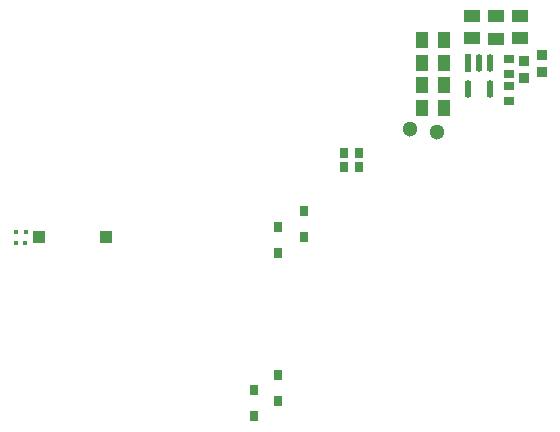
<source format=gbr>
%TF.GenerationSoftware,Altium Limited,Altium Designer,22.9.1 (49)*%
G04 Layer_Color=128*
%FSLAX45Y45*%
%MOMM*%
%TF.SameCoordinates,B7DE9D22-2107-43EB-A15B-9EDAE082944A*%
%TF.FilePolarity,Positive*%
%TF.FileFunction,Paste,Bot*%
%TF.Part,Single*%
G01*
G75*
%TA.AperFunction,SMDPad,CuDef*%
%ADD10R,1.45000X1.00000*%
%ADD12C,1.30000*%
%ADD13R,1.00000X1.45000*%
%ADD14R,0.75000X0.85000*%
%ADD20R,0.45000X0.45000*%
%ADD23R,0.85000X0.75000*%
G04:AMPARAMS|DCode=38|XSize=1.50543mm|YSize=0.57583mm|CornerRadius=0.28791mm|HoleSize=0mm|Usage=FLASHONLY|Rotation=90.000|XOffset=0mm|YOffset=0mm|HoleType=Round|Shape=RoundedRectangle|*
%AMROUNDEDRECTD38*
21,1,1.50543,0.00000,0,0,90.0*
21,1,0.92960,0.57583,0,0,90.0*
1,1,0.57583,0.00000,0.46480*
1,1,0.57583,0.00000,-0.46480*
1,1,0.57583,0.00000,-0.46480*
1,1,0.57583,0.00000,0.46480*
%
%ADD38ROUNDEDRECTD38*%
%ADD39R,0.57583X1.50543*%
%ADD40R,0.95000X0.95000*%
%ADD64R,1.00000X1.00000*%
%ADD65R,0.80000X0.90000*%
D10*
X6827520Y8477000D02*
D03*
Y8287000D02*
D03*
X7029388Y8478510D02*
D03*
Y8288509D02*
D03*
X6622988Y8478510D02*
D03*
Y8288509D02*
D03*
D12*
X6324600Y7493000D02*
D03*
X6096000Y7518400D02*
D03*
D13*
X6199120Y7703820D02*
D03*
X6389120D02*
D03*
X6198630Y8276528D02*
D03*
X6388631D02*
D03*
X6199120Y7894320D02*
D03*
X6389120D02*
D03*
X6199120Y8084820D02*
D03*
X6389120D02*
D03*
D14*
X5544820Y7317740D02*
D03*
X5669820D02*
D03*
X5543528Y7200870D02*
D03*
X5668528D02*
D03*
D20*
X2765278Y6647044D02*
D03*
X2845279D02*
D03*
X2763814Y6558280D02*
D03*
X2843814D02*
D03*
D23*
X6934200Y7760700D02*
D03*
Y7885700D02*
D03*
Y8114300D02*
D03*
Y7989300D02*
D03*
D38*
X6778948Y7856911D02*
D03*
Y8076988D02*
D03*
X6588948Y7856911D02*
D03*
X6683948Y8076988D02*
D03*
D39*
X6588948D02*
D03*
D40*
X7061200Y8101400D02*
D03*
Y7951400D02*
D03*
X7213600Y8002200D02*
D03*
Y8152200D02*
D03*
D64*
X3527778Y6605767D02*
D03*
X2957778D02*
D03*
D65*
X5198398Y6608300D02*
D03*
Y6828300D02*
D03*
X4779298Y5308600D02*
D03*
Y5088600D02*
D03*
X4978400Y6468600D02*
D03*
Y6688600D02*
D03*
X4979958Y5221460D02*
D03*
Y5441460D02*
D03*
%TF.MD5,af0135a068d447950420f4ab59d100dd*%
M02*

</source>
